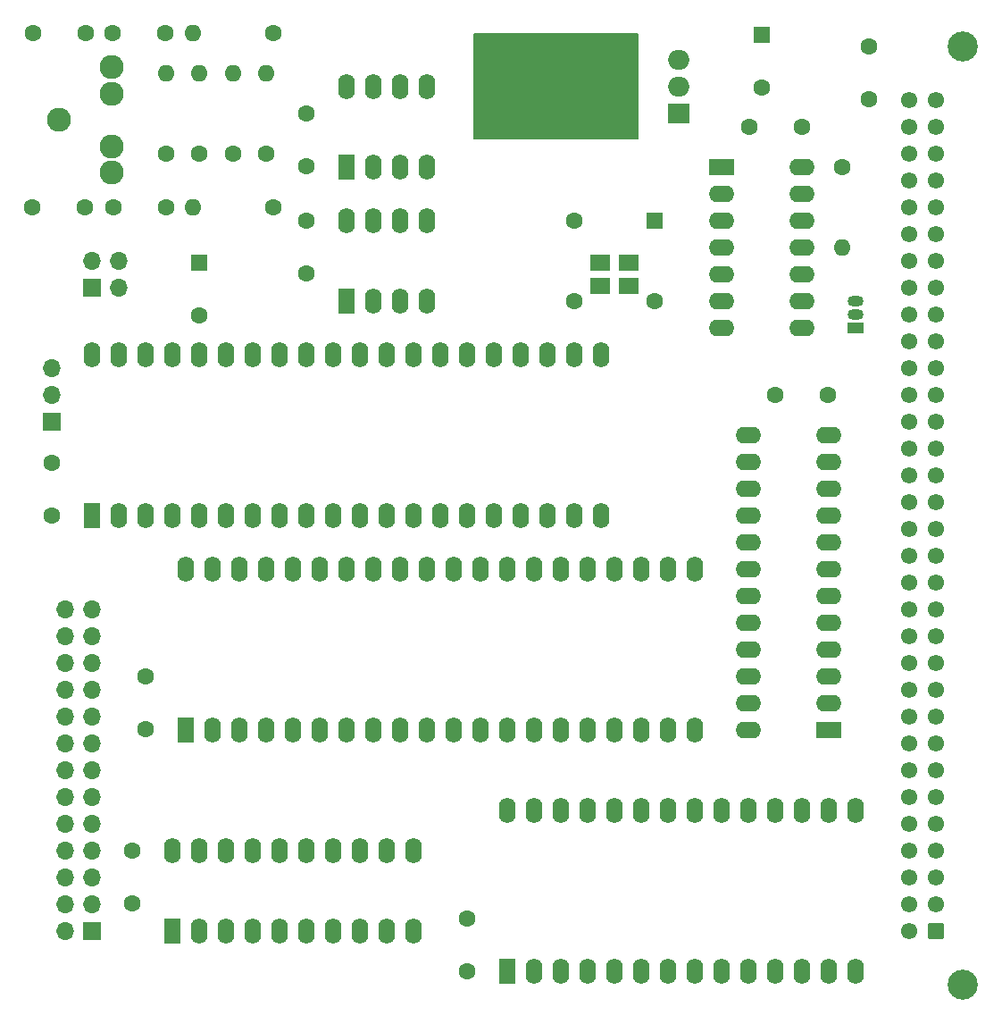
<source format=gts>
%TF.GenerationSoftware,KiCad,Pcbnew,8.0.3+1*%
%TF.CreationDate,2024-06-17T20:37:03+02:00*%
%TF.ProjectId,qsound3,71736f75-6e64-4332-9e6b-696361645f70,0.1b*%
%TF.SameCoordinates,Original*%
%TF.FileFunction,Soldermask,Top*%
%TF.FilePolarity,Negative*%
%FSLAX46Y46*%
G04 Gerber Fmt 4.6, Leading zero omitted, Abs format (unit mm)*
G04 Created by KiCad (PCBNEW 8.0.3+1) date 2024-06-17 20:37:03*
%MOMM*%
%LPD*%
G01*
G04 APERTURE LIST*
G04 Aperture macros list*
%AMRoundRect*
0 Rectangle with rounded corners*
0 $1 Rounding radius*
0 $2 $3 $4 $5 $6 $7 $8 $9 X,Y pos of 4 corners*
0 Add a 4 corners polygon primitive as box body*
4,1,4,$2,$3,$4,$5,$6,$7,$8,$9,$2,$3,0*
0 Add four circle primitives for the rounded corners*
1,1,$1+$1,$2,$3*
1,1,$1+$1,$4,$5*
1,1,$1+$1,$6,$7*
1,1,$1+$1,$8,$9*
0 Add four rect primitives between the rounded corners*
20,1,$1+$1,$2,$3,$4,$5,0*
20,1,$1+$1,$4,$5,$6,$7,0*
20,1,$1+$1,$6,$7,$8,$9,0*
20,1,$1+$1,$8,$9,$2,$3,0*%
G04 Aperture macros list end*
%ADD10C,0.150000*%
%ADD11R,1.600000X2.400000*%
%ADD12O,1.600000X2.400000*%
%ADD13C,1.600000*%
%ADD14R,1.500000X1.050000*%
%ADD15O,1.500000X1.050000*%
%ADD16O,1.600000X1.600000*%
%ADD17R,1.700000X1.700000*%
%ADD18O,1.700000X1.700000*%
%ADD19C,2.286000*%
%ADD20R,1.600000X1.600000*%
%ADD21R,2.400000X1.600000*%
%ADD22O,2.400000X1.600000*%
%ADD23O,3.500000X3.500000*%
%ADD24R,2.000000X1.905000*%
%ADD25O,2.000000X1.905000*%
%ADD26C,2.850000*%
%ADD27RoundRect,0.249999X0.525001X-0.525001X0.525001X0.525001X-0.525001X0.525001X-0.525001X-0.525001X0*%
%ADD28C,1.550000*%
%ADD29R,1.950000X1.650000*%
G04 APERTURE END LIST*
D10*
X146685000Y-47117000D02*
X162179000Y-47117000D01*
X162179000Y-57023000D01*
X146685000Y-57023000D01*
X146685000Y-47117000D01*
G36*
X146685000Y-47117000D02*
G01*
X162179000Y-47117000D01*
X162179000Y-57023000D01*
X146685000Y-57023000D01*
X146685000Y-47117000D01*
G37*
D11*
%TO.C,U9*%
X134630000Y-59705000D03*
D12*
X137170000Y-59705000D03*
X139710000Y-59705000D03*
X142250000Y-59705000D03*
X142250000Y-52085000D03*
X139710000Y-52085000D03*
X137170000Y-52085000D03*
X134630000Y-52085000D03*
%TD*%
D11*
%TO.C,U7*%
X110490000Y-92710000D03*
D12*
X113030000Y-92710000D03*
X115570000Y-92710000D03*
X118110000Y-92710000D03*
X120650000Y-92710000D03*
X123190000Y-92710000D03*
X125730000Y-92710000D03*
X128270000Y-92710000D03*
X130810000Y-92710000D03*
X133350000Y-92710000D03*
X135890000Y-92710000D03*
X138430000Y-92710000D03*
X140970000Y-92710000D03*
X143510000Y-92710000D03*
X146050000Y-92710000D03*
X148590000Y-92710000D03*
X151130000Y-92710000D03*
X153670000Y-92710000D03*
X156210000Y-92710000D03*
X158750000Y-92710000D03*
X158750000Y-77470000D03*
X156210000Y-77470000D03*
X153670000Y-77470000D03*
X151130000Y-77470000D03*
X148590000Y-77470000D03*
X146050000Y-77470000D03*
X143510000Y-77470000D03*
X140970000Y-77470000D03*
X138430000Y-77470000D03*
X135890000Y-77470000D03*
X133350000Y-77470000D03*
X130810000Y-77470000D03*
X128270000Y-77470000D03*
X125730000Y-77470000D03*
X123190000Y-77470000D03*
X120650000Y-77470000D03*
X118110000Y-77470000D03*
X115570000Y-77470000D03*
X113030000Y-77470000D03*
X110490000Y-77470000D03*
%TD*%
D13*
%TO.C,C1*%
X184150000Y-53300000D03*
X184150000Y-48300000D03*
%TD*%
%TO.C,C6*%
X180260000Y-81280000D03*
X175260000Y-81280000D03*
%TD*%
%TO.C,C7*%
X106680000Y-87710000D03*
X106680000Y-92710000D03*
%TD*%
D14*
%TO.C,Q1*%
X182880000Y-74930000D03*
D15*
X182880000Y-73660000D03*
X182880000Y-72390000D03*
%TD*%
D13*
%TO.C,R2*%
X127635000Y-46990000D03*
D16*
X120015000Y-46990000D03*
%TD*%
D13*
%TO.C,R6*%
X127000000Y-58420000D03*
D16*
X127000000Y-50800000D03*
%TD*%
D11*
%TO.C,U8*%
X118110000Y-132080000D03*
D12*
X120650000Y-132080000D03*
X123190000Y-132080000D03*
X125730000Y-132080000D03*
X128270000Y-132080000D03*
X130810000Y-132080000D03*
X133350000Y-132080000D03*
X135890000Y-132080000D03*
X138430000Y-132080000D03*
X140970000Y-132080000D03*
X140970000Y-124460000D03*
X138430000Y-124460000D03*
X135890000Y-124460000D03*
X133350000Y-124460000D03*
X130810000Y-124460000D03*
X128270000Y-124460000D03*
X125730000Y-124460000D03*
X123190000Y-124460000D03*
X120650000Y-124460000D03*
X118110000Y-124460000D03*
%TD*%
D17*
%TO.C,JP2*%
X110490000Y-71125000D03*
D18*
X110490000Y-68585000D03*
X113030000Y-71125000D03*
X113030000Y-68585000D03*
%TD*%
D11*
%TO.C,U5*%
X134620000Y-72390000D03*
D12*
X137160000Y-72390000D03*
X139700000Y-72390000D03*
X142240000Y-72390000D03*
X142240000Y-64770000D03*
X139700000Y-64770000D03*
X137160000Y-64770000D03*
X134620000Y-64770000D03*
%TD*%
D13*
%TO.C,C8*%
X114300000Y-124500000D03*
X114300000Y-129500000D03*
%TD*%
%TO.C,C14*%
X109815000Y-63500000D03*
X104815000Y-63500000D03*
%TD*%
%TO.C,C2*%
X146050000Y-135890000D03*
X146050000Y-130890000D03*
%TD*%
%TO.C,R5*%
X123825000Y-58420000D03*
D16*
X123825000Y-50800000D03*
%TD*%
D13*
%TO.C,C13*%
X117435000Y-46990000D03*
X112435000Y-46990000D03*
%TD*%
%TO.C,R1*%
X181610000Y-59690000D03*
D16*
X181610000Y-67310000D03*
%TD*%
D19*
%TO.C,J2*%
X107315000Y-55245000D03*
X112315000Y-50245000D03*
X112315000Y-52745000D03*
X112315000Y-60245000D03*
X112315000Y-57745000D03*
%TD*%
D13*
%TO.C,R4*%
X120650000Y-58420000D03*
D16*
X120650000Y-50800000D03*
%TD*%
D13*
%TO.C,C9*%
X130810000Y-59650000D03*
X130810000Y-54650000D03*
%TD*%
%TO.C,R3*%
X117475000Y-58420000D03*
D16*
X117475000Y-50800000D03*
%TD*%
D17*
%TO.C,J3*%
X110490000Y-132080000D03*
D18*
X107950000Y-132080000D03*
X110490000Y-129540000D03*
X107950000Y-129540000D03*
X110490000Y-127000000D03*
X107950000Y-127000000D03*
X110490000Y-124460000D03*
X107950000Y-124460000D03*
X110490000Y-121920000D03*
X107950000Y-121920000D03*
X110490000Y-119380000D03*
X107950000Y-119380000D03*
X110490000Y-116840000D03*
X107950000Y-116840000D03*
X110490000Y-114300000D03*
X107950000Y-114300000D03*
X110490000Y-111760000D03*
X107950000Y-111760000D03*
X110490000Y-109220000D03*
X107950000Y-109220000D03*
X110490000Y-106680000D03*
X107950000Y-106680000D03*
X110490000Y-104140000D03*
X107950000Y-104140000D03*
X110490000Y-101600000D03*
X107950000Y-101600000D03*
%TD*%
D13*
%TO.C,C4*%
X115570000Y-107950000D03*
X115570000Y-112950000D03*
%TD*%
D20*
%TO.C,X1*%
X163830000Y-64770000D03*
D13*
X156210000Y-64770000D03*
X156210000Y-72390000D03*
X163830000Y-72390000D03*
%TD*%
D20*
%TO.C,C11*%
X120650000Y-68717349D03*
D13*
X120650000Y-73717349D03*
%TD*%
D21*
%TO.C,U3*%
X170170000Y-59685000D03*
D22*
X170170000Y-62225000D03*
X170170000Y-64765000D03*
X170170000Y-67305000D03*
X170170000Y-69845000D03*
X170170000Y-72385000D03*
X170170000Y-74925000D03*
X177790000Y-74925000D03*
X177790000Y-72385000D03*
X177790000Y-69845000D03*
X177790000Y-67305000D03*
X177790000Y-64765000D03*
X177790000Y-62225000D03*
X177790000Y-59685000D03*
%TD*%
D13*
%TO.C,C15*%
X117475000Y-63500000D03*
X112475000Y-63500000D03*
%TD*%
D20*
%TO.C,C10*%
X173990000Y-47127349D03*
D13*
X173990000Y-52127349D03*
%TD*%
%TO.C,R7*%
X127635000Y-63500000D03*
D16*
X120015000Y-63500000D03*
%TD*%
D17*
%TO.C,JP1*%
X106680000Y-83805000D03*
D18*
X106680000Y-81265000D03*
X106680000Y-78725000D03*
%TD*%
D23*
%TO.C,U1*%
X149415000Y-52070000D03*
D24*
X166075000Y-54610000D03*
D25*
X166075000Y-52070000D03*
X166075000Y-49530000D03*
%TD*%
D13*
%TO.C,C12*%
X109855000Y-46990000D03*
X104855000Y-46990000D03*
%TD*%
%TO.C,C3*%
X177760000Y-55880000D03*
X172760000Y-55880000D03*
%TD*%
D21*
%TO.C,U6*%
X180340000Y-113030000D03*
D22*
X180340000Y-110490000D03*
X180340000Y-107950000D03*
X180340000Y-105410000D03*
X180340000Y-102870000D03*
X180340000Y-100330000D03*
X180340000Y-97790000D03*
X180340000Y-95250000D03*
X180340000Y-92710000D03*
X180340000Y-90170000D03*
X180340000Y-87630000D03*
X180340000Y-85090000D03*
X172720000Y-85090000D03*
X172720000Y-87630000D03*
X172720000Y-90170000D03*
X172720000Y-92710000D03*
X172720000Y-95250000D03*
X172720000Y-97790000D03*
X172720000Y-100330000D03*
X172720000Y-102870000D03*
X172720000Y-105410000D03*
X172720000Y-107950000D03*
X172720000Y-110490000D03*
X172720000Y-113030000D03*
%TD*%
D26*
%TO.C,J1*%
X193040000Y-48260000D03*
X193040000Y-137160000D03*
D27*
X190500000Y-132080000D03*
D28*
X190500000Y-129540000D03*
X190500000Y-127000000D03*
X190500000Y-124460000D03*
X190500000Y-121920000D03*
X190500000Y-119380000D03*
X190500000Y-116840000D03*
X190500000Y-114300000D03*
X190500000Y-111760000D03*
X190500000Y-109220000D03*
X190500000Y-106680000D03*
X190500000Y-104140000D03*
X190500000Y-101600000D03*
X190500000Y-99060000D03*
X190500000Y-96520000D03*
X190500000Y-93980000D03*
X190500000Y-91440000D03*
X190500000Y-88900000D03*
X190500000Y-86360000D03*
X190500000Y-83820000D03*
X190500000Y-81280000D03*
X190500000Y-78740000D03*
X190500000Y-76200000D03*
X190500000Y-73660000D03*
X190500000Y-71120000D03*
X190500000Y-68580000D03*
X190500000Y-66040000D03*
X190500000Y-63500000D03*
X190500000Y-60960000D03*
X190500000Y-58420000D03*
X190500000Y-55880000D03*
X190500000Y-53340000D03*
X187960000Y-132080000D03*
X187960000Y-129540000D03*
X187960000Y-127000000D03*
X187960000Y-124460000D03*
X187960000Y-121920000D03*
X187960000Y-119380000D03*
X187960000Y-116840000D03*
X187960000Y-114300000D03*
X187960000Y-111760000D03*
X187960000Y-109220000D03*
X187960000Y-106680000D03*
X187960000Y-104140000D03*
X187960000Y-101600000D03*
X187960000Y-99060000D03*
X187960000Y-96520000D03*
X187960000Y-93980000D03*
X187960000Y-91440000D03*
X187960000Y-88900000D03*
X187960000Y-86360000D03*
X187960000Y-83820000D03*
X187960000Y-81280000D03*
X187960000Y-78740000D03*
X187960000Y-76200000D03*
X187960000Y-73660000D03*
X187960000Y-71120000D03*
X187960000Y-68580000D03*
X187960000Y-66040000D03*
X187960000Y-63500000D03*
X187960000Y-60960000D03*
X187960000Y-58420000D03*
X187960000Y-55880000D03*
X187960000Y-53340000D03*
%TD*%
D29*
%TO.C,X1B1*%
X161395000Y-68750000D03*
X158645000Y-68750000D03*
X158645000Y-70950000D03*
X161395000Y-70950000D03*
%TD*%
D11*
%TO.C,U2*%
X149860000Y-135890000D03*
D12*
X152400000Y-135890000D03*
X154940000Y-135890000D03*
X157480000Y-135890000D03*
X160020000Y-135890000D03*
X162560000Y-135890000D03*
X165100000Y-135890000D03*
X167640000Y-135890000D03*
X170180000Y-135890000D03*
X172720000Y-135890000D03*
X175260000Y-135890000D03*
X177800000Y-135890000D03*
X180340000Y-135890000D03*
X182880000Y-135890000D03*
X182880000Y-120650000D03*
X180340000Y-120650000D03*
X177800000Y-120650000D03*
X175260000Y-120650000D03*
X172720000Y-120650000D03*
X170180000Y-120650000D03*
X167640000Y-120650000D03*
X165100000Y-120650000D03*
X162560000Y-120650000D03*
X160020000Y-120650000D03*
X157480000Y-120650000D03*
X154940000Y-120650000D03*
X152400000Y-120650000D03*
X149860000Y-120650000D03*
%TD*%
D13*
%TO.C,C5*%
X130810000Y-64810000D03*
X130810000Y-69810000D03*
%TD*%
D11*
%TO.C,U4*%
X119385000Y-113010000D03*
D12*
X121925000Y-113010000D03*
X124465000Y-113010000D03*
X127005000Y-113010000D03*
X129545000Y-113010000D03*
X132085000Y-113010000D03*
X134625000Y-113010000D03*
X137165000Y-113010000D03*
X139705000Y-113010000D03*
X142245000Y-113010000D03*
X144785000Y-113010000D03*
X147325000Y-113010000D03*
X149865000Y-113010000D03*
X152405000Y-113010000D03*
X154945000Y-113010000D03*
X157485000Y-113010000D03*
X160025000Y-113010000D03*
X162565000Y-113010000D03*
X165105000Y-113010000D03*
X167645000Y-113010000D03*
X167645000Y-97770000D03*
X165105000Y-97770000D03*
X162565000Y-97770000D03*
X160025000Y-97770000D03*
X157485000Y-97770000D03*
X154945000Y-97770000D03*
X152405000Y-97770000D03*
X149865000Y-97770000D03*
X147325000Y-97770000D03*
X144785000Y-97770000D03*
X142245000Y-97770000D03*
X139705000Y-97770000D03*
X137165000Y-97770000D03*
X134625000Y-97770000D03*
X132085000Y-97770000D03*
X129545000Y-97770000D03*
X127005000Y-97770000D03*
X124465000Y-97770000D03*
X121925000Y-97770000D03*
X119385000Y-97770000D03*
%TD*%
M02*

</source>
